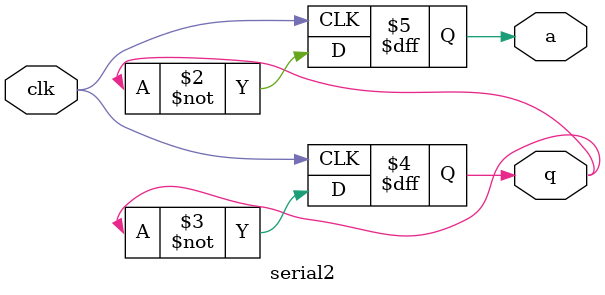
<source format=v>
module serial2(q,a,clk);
output q,a;
input clk;
reg q,a;

always @(posedge clk)
begin
a=~q;
q=~q;
end
endmodule

</source>
